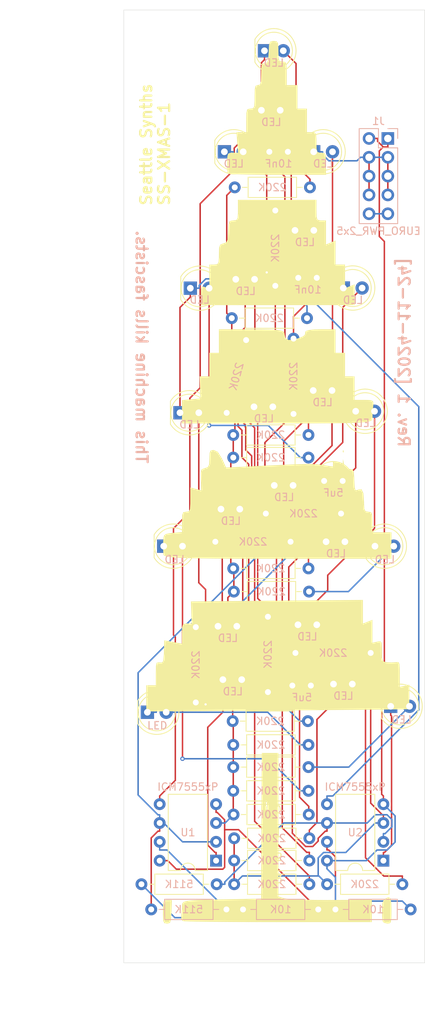
<source format=kicad_pcb>
(kicad_pcb (version 20240108) (generator "pcbnew") (generator_version "8.0")
  (layers (0 "F.Cu" signal) (31 "B.Cu" signal) (34 "B.Paste" user) (35 "F.Paste" user) (36 "B.SilkS" user "B.Silkscreen") (37 "F.SilkS" user "F.Silkscreen") (38 "B.Mask" user) (39 "F.Mask" user) (44 "Edge.Cuts" user))
  (net 0 "")
  (net 1 "Net-(U1-CV)")
  (net 2 "/OUT0")
  (net 3 "/+12V")
  (net 4 "/THR0")
  (net 5 "/GND")
  (net 6 "Net-(U1-DIS)")
  (net 7 "/THR1")
  (net 8 "Net-(U2-DIS)")
  (net 9 "Net-(U2-CV)")
  (net 10 "/OUT1")
  (net 11 "Net-(D1-A)")
  (net 12 "Net-(D2-A)")
  (net 13 "Net-(D3-A)")
  (net 14 "Net-(D4-A)")
  (net 15 "Net-(D5-A)")
  (net 16 "Net-(D6-A)")
  (net 17 "Net-(D7-A)")
  (net 18 "Net-(D8-A)")
  (net 19 "Net-(D9-A)")
  (net 20 "Net-(D10-A)")
  (net 21 "Net-(D11-A)")
  (net 22 "Net-(D12-A)")
  (net 23 "Net-(D13-A)")
  (net 24 "Net-(D14-A)")
  (net 25 "Net-(D15-A)")
  (net 26 "Net-(D16-A)")
  (net 27 "Net-(D17-A)")
  (net 28 "Net-(D18-A)")
  (net 29 "Net-(D19-A)")
  (net 30 "Net-(D20-A)")
  (net 31 "Net-(D21-A)")
  (net 32 "Net-(D22-A)")
  (net 33 "Net-(D23-A)")
  (net 34 "/-12V")
  (footprint "Seattle_Synths:CP_Radial_D5.0mm_P2.50mm" (layer "F.Cu") (at 109.84 66)
    (property "Reference" "C3" (hide yes))
    (property "Value" "10nF")
  )
  (footprint "Seattle_Synths:CP_Radial_D5.0mm_P2.50mm" (layer "F.Cu") (at 109.04 121)
    (property "Reference" "C4" (hide yes))
    (property "Value" "5uF")
  )
  (footprint "Seattle_Synths:LED_D5.0mm" (layer "F.Cu") (at 105.2781 35.372)
    (property "Reference" "D1" (hide yes))
    (property "Value" "LED")
  )
  (footprint "Seattle_Synths:LED_D3.0mm" (layer "F.Cu") (at 99.4 97.2)
    (property "Reference" "D18" (hide yes))
    (property "Value" "LED")
  )
  (footprint "Seattle_Synths:LED_D3.0mm" (layer "F.Cu") (at 99 113)
    (property "Reference" "D21" (hide yes))
    (property "Value" "LED")
  )
  (footprint "Seattle_Synths:R_Axial_DIN0207_L6.3mm_D2.5mm_P10.16mm_Horizontal" (layer "F.Cu") (at 101.06 132)
    (property "Reference" "R9" (hide yes))
    (property "Value" "220K")
  )
  (footprint "Seattle_Synths:R_Axial_DIN0207_L6.3mm_D2.5mm_P10.16mm_Horizontal" (layer "F.Cu") (at 101.1 138.4)
    (property "Reference" "R11" (hide yes))
    (property "Value" "220K")
  )
  (footprint "Seattle_Synths:LED_D3.0mm" (layer "F.Cu") (at 103.86 83.4)
    (property "Reference" "D16" (hide yes))
    (property "Value" "LED")
  )
  (footprint "Package_DIP:DIP-8_W7.62mm" (layer "F.Cu") (at 121.34 144.62 180)
    (property "Reference" "U2")
    (property "Value" "ICM7555xP")
  )
  (footprint "Seattle_Synths:LED_D3.0mm" (layer "F.Cu") (at 109.8 112.8)
    (property "Reference" "D23" (hide yes))
    (property "Value" "LED")
  )
  (footprint "Seattle_Synths:LED_D5.0mm" (layer "F.Cu") (at 115.925 67.376)
    (property "Reference" "D5" (hide yes))
    (property "Value" "LED")
  )
  (footprint "Seattle_Synths:LED_D5.0mm" (layer "F.Cu") (at 91.665 102.2)
    (property "Reference" "D10" (hide yes))
    (property "Value" "LED")
  )
  (footprint "Seattle_Synths:R_Axial_DIN0207_L6.3mm_D2.5mm_P10.16mm_Horizontal" (layer "F.Cu") (at 101.06 87.2)
    (property "Reference" "R3" (hide yes))
    (property "Value" "220K")
  )
  (footprint "Seattle_Synths:R_Axial_DIN0207_L6.3mm_D2.5mm_P10.16mm_Horizontal" (layer "F.Cu") (at 105.46 97.8)
    (property "Reference" "R18" (hide yes))
    (property "Value" "220K")
  )
  (footprint "Seattle_Synths:MountingHole_3.2mm_M3_Oval" (layer "F.Cu") (at 121.125 32.6)
    (property "Reference" "TOP_RIGHT_MOUNT" (hide yes))
    (property "Value" "MountingHole_3.2mm_M3_Oval" (hide yes))
  )
  (footprint "Seattle_Synths:R_Axial_DIN0207_L6.3mm_D2.5mm_P10.16mm_Horizontal" (layer "F.Cu") (at 101.26 53.8)
    (property "Reference" "R1" (hide yes))
    (property "Value" "220K")
  )
  (footprint "Seattle_Synths:R_Axial_DIN0207_L6.3mm_D2.5mm_P10.16mm_Horizontal" (layer "F.Cu") (at 101.06 135.2)
    (property "Reference" "R10" (hide yes))
    (property "Value" "220K")
  )
  (footprint "Seattle_Synths:LED_D3.0mm" (layer "F.Cu") (at 104.86 43.4)
    (property "Reference" "D13" (hide yes))
    (property "Value" "LED")
  )
  (footprint "Seattle_Synths:R_Axial_DIN0207_L6.3mm_D2.5mm_P10.16mm_Horizontal" (layer "F.Cu") (at 101.06 129)
    (property "Reference" "R8" (hide yes))
    (property "Value" "220K")
  )
  (footprint "Seattle_Synths:R_Axial_DIN0207_L6.3mm_D2.5mm_P10.16mm_Horizontal" (layer "F.Cu") (at 100.86 71.44)
    (property "Reference" "R2" (hide yes))
    (property "Value" "220K")
  )
  (footprint "Seattle_Synths:R_Axial_DIN0207_L6.3mm_D2.5mm_P10.16mm_Horizontal" (layer "F.Cu") (at 101.14 108.324)
    (property "Reference" "R6" (hide yes))
    (property "Value" "220K")
  )
  (footprint "Package_DIP:DIP-8_W7.62mm" (layer "F.Cu") (at 98.74 144.62 180)
    (property "Reference" "U1")
    (property "Value" "ICM7555xP")
  )
  (footprint "Seattle_Synths:MountingHole_3.2mm_M3_Oval" (layer "F.Cu") (at 92 155.6)
    (property "Reference" "BOTTOM_LEFT_MOUNT" (hide yes))
    (property "Value" "MountingHole_3.2mm_M3_Oval" (hide yes))
  )
  (footprint "Seattle_Synths:LED_D3.0mm" (layer "F.Cu") (at 113.6 101.6)
    (property "Reference" "D20" (hide yes))
    (property "Value" "LED")
  )
  (footprint "Seattle_Synths:LED_D5.0mm" (layer "F.Cu") (at 93.865 84.2)
    (property "Reference" "D7" (hide yes))
    (property "Value" "LED")
  )
  (footprint "Seattle_Synths:R_Axial_DIN0207_L6.3mm_D2.5mm_P10.16mm_Horizontal" (layer "F.Cu") (at 113.74 147.8)
    (property "Reference" "R27" (hide yes))
    (property "Value" "220K")
  )
  (footprint "Seattle_Synths:R_Axial_DIN0207_L6.3mm_D2.5mm_P10.16mm_Horizontal" (layer "F.Cu") (at 88.66 147.8)
    (property "Reference" "R26" (hide yes))
    (property "Value" "511K")
  )
  (footprint "Seattle_Synths:R_Axial_DIN0207_L6.3mm_D2.5mm_P10.16mm_Horizontal" (layer "F.Cu") (at 100.98 125.8)
    (property "Reference" "R7" (hide yes))
    (property "Value" "220K")
  )
  (footprint "Seattle_Synths:CP_Radial_D5.0mm_P2.50mm" (layer "F.Cu") (at 113.3349 93.4)
    (property "Reference" "C1" (hide yes))
    (property "Value" "5uF")
  )
  (footprint "Seattle_Synths:CP_Radial_D5.0mm_P2.50mm" (layer "F.Cu") (at 105.9349 49)
    (property "Reference" "C2" (hide yes))
    (property "Value" "10nF")
  )
  (footprint "Seattle_Synths:R_Axial_DIN0207_L6.3mm_D2.5mm_P10.16mm_Horizontal" (layer "F.Cu") (at 119.62 116.6 180)
    (property "Reference" "R17" (hide yes))
    (property "Value" "220K")
  )
  (footprint "Seattle_Synths:LED_D3.0mm" (layer "F.Cu") (at 111.86 81.2)
    (property "Reference" "D17" (hide yes))
    (property "Value" "LED")
  )
  (footprint "Seattle_Synths:R_Axial_DIN0207_L6.3mm_D2.5mm_P10.16mm_Horizontal" (layer "F.Cu") (at 100.1704 84.2138 75)
    (property "Reference" "R22" (hide yes))
    (property "Value" "220K")
  )
  (footprint "Seattle_Synths:MountingHole_3.2mm_M3_Oval" (layer "F.Cu") (at 121.4 155.6)
    (property "Reference" "BOTTOM_RIGHT_MOUNT" (hide yes))
    (property "Value" "MountingHole_3.2mm_M3_Oval" (hide yes))
  )
  (footprint "Seattle_Synths:LED_D5.0mm" (layer "F.Cu") (at 99.86 49)
    (property "Reference" "D2" (hide yes))
    (property "Value" "LED")
  )
  (footprint "Seattle_Synths:R_Axial_DIN0207_L6.3mm_D2.5mm_P10.16mm_Horizontal" (layer "F.Cu") (at 101.06 105.2)
    (property "Reference" "R5" (hide yes))
    (property "Value" "220K")
  )
  (footprint "Seattle_Synths:LED_D3.0mm" (layer "F.Cu") (at 101.4 66.2)
    (property "Reference" "D14" (hide yes))
    (property "Value" "LED")
  )
  (footprint "Seattle_Synths:R_Axial_DIN0207_L6.3mm_D2.5mm_P10.16mm_Horizontal" (layer "F.Cu") (at 101.06 90.248)
    (property "Reference" "R4" (hide yes))
    (property "Value" "220K")
  )
  (footprint "Seattle_Synths:LED_D5.0mm" (layer "F.Cu") (at 122.325 123.8)
    (property "Reference" "D9" (hide yes))
    (property "Value" "LED")
  )
  (footprint "Seattle_Synths:R_Axial_DIN0207_L6.3mm_D2.5mm_P10.16mm_Horizontal" (layer "F.Cu") (at 98.64 101.6)
    (property "Reference" "R19" (hide yes))
    (property "Value" "220K")
  )
  (footprint "Seattle_Synths:R_Axial_DIN0207_L6.3mm_D2.5mm_P10.16mm_Horizontal" (layer "F.Cu") (at 109.2 84.36 90)
    (property "Reference" "R15" (hide yes))
    (property "Value" "220K")
  )
  (footprint "Seattle_Synths:LED_D5.0mm" (layer "F.Cu") (at 95.26 67.4)
    (property "Reference" "D4" (hide yes))
    (property "Value" "LED")
  )
  (footprint "Seattle_Synths:R_Axial_DIN0207_L6.3mm_D2.5mm_P10.16mm_Horizontal" (layer "F.Cu") (at 96 123.28 90)
    (property "Reference" "R20" (hide yes))
    (property "Value" "220K")
  )
  (footprint "Seattle_Synths:LED_D3.0mm" (layer "F.Cu") (at 114.6 120.8)
    (property "Reference" "D12" (hide yes))
    (property "Value" "LED")
  )
  (footprint "Seattle_Synths:LED_D5.0mm" (layer "F.Cu") (at 120.2 102.2)
    (property "Reference" "D6" (hide yes))
    (property "Value" "LED")
  )
  (footprint "Seattle_Synths:XMAS" (layer "F.Cu") (at 107.8 90.8)
    (property "Reference" "G***" (hide yes))
    (property "Value" "LOGO" (hide yes))
  )
  (footprint "Seattle_Synths:R_Axial_DIN0207_L6.3mm_D2.5mm_P10.16mm_Horizontal" (layer "F.Cu") (at 101.18 141.6)
    (property "Reference" "R12" (hide yes))
    (property "Value" "220K")
  )
  (footprint "Seattle_Synths:R_Axial_DIN0207_L6.3mm_D2.5mm_P10.16mm_Horizontal" (layer "F.Cu") (at 101.18 147.8)
    (property "Reference" "R14" (hide yes))
    (property "Value" "220K")
  )
  (footprint "Seattle_Synths:LED_D5.0mm" (layer "F.Cu") (at 117.6 84)
    (property "Reference" "D11" (hide yes))
    (property "Value" "LED")
  )
  (footprint "Seattle_Synths:R_Axial_DIN0207_L6.3mm_D2.5mm_P10.16mm_Horizontal" (layer "F.Cu") (at 105.74 121.88 90)
    (property "Reference" "R16" (hide yes))
    (property "Value" "220K")
  )
  (footprint "Seattle_Synths:R_Axial_DIN0207_L6.3mm_D2.5mm_P10.16mm_Horizontal" (layer "F.Cu") (at 106.74 67.08 90)
    (property "Reference" "R21" (hide yes))
    (property "Value" "220K")
  )
  (footprint "Seattle_Synths:LED_D5.0mm" (layer "F.Cu") (at 89.46 124.6)
    (property "Reference" "D8" (hide yes))
    (property "Value" "LED")
  )
  (footprint "Seattle_Synths:R_Axial_DIN0207_L6.3mm_D2.5mm_P10.16mm_Horizontal" (layer "F.Cu") (at 101.18 144.6)
    (property "Reference" "R13" (hide yes))
    (property "Value" "220K")
  )
  (footprint "Seattle_Synths:MountingHole_3.2mm_M3_Oval" (layer "F.Cu") (at 92.2 32.6)
    (property "Reference" "TOP_LEFT_MOUNT" (hide yes))
    (property "Value" "MountingHole_3.2mm_M3_Oval" (hide yes))
  )
  (footprint "Seattle_Synths:LED_D3.0mm" (layer "F.Cu") (at 109.4 59.6)
    (property "Reference" "D15" (hide yes))
    (property "Value" "LED")
  )
  (footprint "Seattle_Synths:LED_D3.0mm" (layer "F.Cu") (at 106.6 94)
    (property "Reference" "D19" (hide yes))
    (property "Value" "LED")
  )
  (footprint "Seattle_Synths:LED_D3.0mm" (layer "F.Cu") (at 99.66 120.2)
    (property "Reference" "D22" (hide yes))
    (property "Value" "LED")
  )
  (footprint "Seattle_Synths:LED_D5.0mm" (layer "F.Cu") (at 111.925 49)
    (property "Reference" "D3" (hide yes))
    (property "Value" "LED")
  )
  (footprint "Seattle_Synths:R_Axial_DIN0207_L6.3mm_D2.5mm_P10.16mm_Horizontal" (layer "B.Cu") (at 100.14 151.2 180)
    (property "Reference" "R23" (hide yes))
    (property "Value" "511K")
  )
  (footprint "Seattle_Synths:R_Axial_DIN0207_L6.3mm_D2.5mm_P10.16mm_Horizontal" (layer "B.Cu") (at 125.02 151.2 180)
    (property "Reference" "R25" (hide yes))
    (property "Value" "10K")
  )
  (footprint "Seattle_Synths:R_Axial_DIN0207_L6.3mm_D2.5mm_P10.16mm_Horizontal" (layer "B.Cu") (at 112.54 151.2 180)
    (property "Reference" "R24" (hide yes))
    (property "Value" "10K")
  )
  (footprint "Seattle_Synths:PinHeader_2x05_P2.54mm_Vertical" (layer "B.Cu") (at 121.94 47.2 180)
    (property "Reference" "J1")
    (property "Value" "EURO_PWR_2x5")
  )
  (gr_line (start 86.275 158.4) (end 126.915 158.4) (stroke (width 0.05)) (layer "Edge.Cuts"))
  (gr_line (start 126.915 158.4) (end 126.915 29.876) (stroke (width 0.05)) (layer "Edge.Cuts"))
  (gr_line (start 86.275 158.4) (end 86.275 29.876) (stroke (width 0.05)) (layer "Edge.Cuts"))
  (gr_line (start 126.915 29.876) (end 86.275 29.876) (stroke (width 0.05)) (layer "Edge.Cuts"))
  (gr_text "This machine kills fascists." (at 87.8 91.2 -90) (layer "B.SilkS") (effects (font (size 1.5 1.5) (thickness 0.3) (bold yes)) (justify left bottom mirror)))
  (gr_text "Rev. 1 [2024-11-24]" (at 123.2 89 -90) (layer "B.SilkS") (effects (font (size 1.5 1.5) (thickness 0.3) (bold yes)) (justify left bottom mirror)))
  (gr_text "Seattle Synths\nSS-XMAS-1" (at 92.6 56.4 90) (layer "F.SilkS") (effects (font (size 1.5 1.5) (thickness 0.3) (bold yes)) (justify left bottom)))
  (segment (start 103.5841 47.7509) (end 101.9386 47.7509) (width 0.2) (layer "F.Cu") (net 1))
  (segment (start 104.8332 49) (end 103.5841 47.7509) (width 0.2) (layer "F.Cu") (net 1))
  (segment (start 93.2341 133.7842) (end 91.12 135.8983) (width 0.2) (layer "F.Cu") (net 1))
  (segment (start 101.1911 48.4984) (end 101.1911 51.4016) (width 0.2) (layer "F.Cu") (net 1))
  (segment (start 101.1911 51.4016) (end 96.5911 56.0016) (width 0.2) (layer "F.Cu") (net 1))
  (segment (start 93.2341 114.4254) (end 93.2341 133.7842) (width 0.2) (layer "F.Cu") (net 1))
  (segment (start 101.9386 47.7509) (end 101.1911 48.4984) (width 0.2) (layer "F.Cu") (net 1))
  (segment (start 96.5911 56.0016) (end 96.5911 80.8381) (width 0.2) (layer "F.Cu") (net 1))
  (segment (start 96.5911 80.8381) (end 95.1961 82.2331) (width 0.2) (layer "F.Cu") (net 1))
  (segment (start 95.1961 97.596) (end 92.9881 99.804) (width 0.2) (layer "F.Cu") (net 1))
  (segment (start 105.9349 49) (end 104.8332 49) (width 0.2) (layer "F.Cu") (net 1))
  (segment (start 91.12 137) (end 91.12 135.8983) (width 0.2) (layer "F.Cu") (net 1))
  (segment (start 92.9881 99.804) (end 92.9881 114.1794) (width 0.2) (layer "F.Cu") (net 1))
  (segment (start 92.9881 114.1794) (end 93.2341 114.4254) (width 0.2) (layer "F.Cu") (net 1))
  (segment (start 95.1961 82.2331) (end 95.1961 97.596) (width 0.2) (layer "F.Cu") (net 1))
  (segment (start 100.86 71.44) (end 100.86 82.0953) (width 0.2) (layer "F.Cu") (net 2))
  (segment (start 101.14 105.28) (end 101.06 105.2) (width 0.2) (layer "F.Cu") (net 2))
  (segment (start 100.98 125.8) (end 100.98 118.98) (width 0.2) (layer "F.Cu") (net 2))
  (segment (start 101.14 108.324) (end 101.14 105.28) (width 0.2) (layer "F.Cu") (net 2))
  (segment (start 101.06 129) (end 101.06 125.88) (width 0.2) (layer "F.Cu") (net 2))
  (segment (start 100.1821 54.8779) (end 100.1821 70.7621) (width 0.2) (layer "F.Cu") (net 2))
  (segment (start 101.06 105.2) (end 100.731 104.871) (width 0.2) (layer "F.Cu") (net 2))
  (segment (start 101.06 135.2) (end 101.06 138.36) (width 0.2) (layer "F.Cu") (net 2))
  (segment (start 101.06 90.248) (end 101.06 87.2) (width 0.2) (layer "F.Cu") (net 2))
  (segment (start 101.06 132) (end 101.06 135.2) (width 0.2) (layer "F.Cu") (net 2))
  (segment (start 100.731 104.871) (end 100.731 90.577) (width 0.2) (layer "F.Cu") (net 2))
  (segment (start 101.26 53.8) (end 100.1821 54.8779) (width 0.2) (layer "F.Cu") (net 2))
  (segment (start 101.06 129) (end 101.06 132) (width 0.2) (layer "F.Cu") (net 2))
  (segment (start 100.1821 70.7621) (end 100.86 71.44) (width 0.2) (layer "F.Cu") (net 2))
  (segment (start 100.86 82.0953) (end 101.2834 82.5187) (width 0.2) (layer "F.Cu") (net 2))
  (segment (start 100.3332 109.1308) (end 101.14 108.324) (width 0.2) (layer "F.Cu") (net 2))
  (segment (start 100.731 90.577) (end 101.06 90.248) (width 0.2) (layer "F.Cu") (net 2))
  (segment (start 101.06 125.88) (end 100.98 125.8) (width 0.2) (layer "F.Cu") (net 2))
  (segment (start 100.3332 118.3332) (end 100.3332 109.1308) (width 0.2) (layer "F.Cu") (net 2))
  (segment (start 100.98 118.98) (end 100.3332 118.3332) (width 0.2) (layer "F.Cu") (net 2))
  (segment (start 101.2834 86.9766) (end 101.06 87.2) (width 0.2) (layer "F.Cu") (net 2))
  (segment (start 101.2834 82.5187) (end 101.2834 86.9766) (width 0.2) (layer "F.Cu") (net 2))
  (segment (start 101.06 138.36) (end 101.1 138.4) (width 0.2) (layer "F.Cu") (net 2))
  (segment (start 98.74 139.54) (end 99.96 139.54) (width 0.2) (layer "B.Cu") (net 2))
  (segment (start 99.96 139.54) (end 101.1 138.4) (width 0.2) (layer "B.Cu") (net 2))
  (segment (start 101.7805 140.4405) (end 99.895 140.4405) (width 0.2) (layer "F.Cu") (net 3))
  (segment (start 98.74 138.1017) (end 98.8777 138.1017) (width 0.2) (layer "F.Cu") (net 3))
  (segment (start 121.4699 121.8604) (end 121.1052 122.2251) (width 0.2) (layer "F.Cu") (net 3))
  (segment (start 120.7883 60.4189) (end 121.4699 61.1005) (width 0.2) (layer "F.Cu") (net 3))
  (segment (start 121.1052 135.6635) (end 121.34 135.8983) (width 0.2) (layer "F.Cu") (net 3))
  (segment (start 119.4 47.2) (end 120.5517 47.2) (width 0.2) (layer "F.Cu") (net 3))
  (segment (start 121.321 48.3517) (end 120.7883 48.8844) (width 0.2) (layer "F.Cu") (net 3))
  (segment (start 91.12 144.62) (end 92.2217 144.62) (width 0.2) (layer "F.Cu") (net 3))
  (segment (start 99.895 139.119) (end 99.895 140.4405) (width 0.2) (layer "F.Cu") (net 3))
  (segment (start 99.6467 145.7712) (end 93.3729 145.7712) (width 0.2) (layer "F.Cu") (net 3))
  (segment (start 112.54 151.2) (end 101.7805 140.4405) (width 0.2) (layer "F.Cu") (net 3))
  (segment (start 99.895 140.4405) (end 99.895 145.5229) (width 0.2) (layer "F.Cu") (net 3))
  (segment (start 98.74 137) (end 98.74 138.1017) (width 0.2) (layer "F.Cu") (net 3))
  (segment (start 93.3729 145.7712) (end 92.2217 144.62) (width 0.2) (layer "F.Cu") (net 3))
  (segment (start 121.94 48.3517) (end 121.321 48.3517) (width 0.2) (layer "F.Cu") (net 3))
  (segment (start 121.94 47.2) (end 121.94 48.3517) (width 0.2) (layer "F.Cu") (net 3))
  (segment (start 98.8777 138.1017) (end 99.895 139.119) (width 0.2) (layer "F.Cu") (net 3))
  (segment (start 99.895 145.5229) (end 99.6467 145.7712) (width 0.2) (layer "F.Cu") (net 3))
  (segment (start 120.7883 48.8844) (end 120.7883 60.4189) (width 0.2) (layer "F.Cu") (net 3))
  (segment (start 121.1052 122.2251) (end 121.1052 135.6635) (width 0.2) (layer "F.Cu") (net 3))
  (segment (start 120.5517 47.5824) (end 120.5517 47.2) (width 0.2) (layer "F.Cu") (net 3))
  (segment (start 121.4699 61.1005) (end 121.4699 121.8604) (width 0.2) (layer "F.Cu") (net 3))
  (segment (start 121.321 48.3517) (end 120.5517 47.5824) (width 0.2) (layer "F.Cu") (net 3))
  (segment (start 121.34 137) (end 121.34 135.8983) (width 0.2) (layer "F.Cu") (net 3))
  (segment (start 120.4742 143.1817) (end 119.0359 144.62) (width 0.2) (layer "B.Cu") (net 3))
  (segment (start 113.72 144.62) (end 113.72 145.7217) (width 0.2) (layer "B.Cu") (net 3))
  (segment (start 121.34 137) (end 122.9181 138.5781) (width 0.2) (layer "B.Cu") (net 3))
  (segment (start 119.0359 144.62) (end 113.72 144.62) (width 0.2) (layer "B.Cu") (net 3))
  (segment (start 114.8682 150.073) (end 123.893 150.073) (width 0.2) (layer "B.Cu") (net 3))
  (segment (start 122.9181 138.5781) (end 122.9181 142.1179) (width 0.2) (layer "B.Cu") (net 3))
  (segment (start 121.8543 143.1817) (end 120.4742 143.1817) (width 0.2) (layer "B.Cu") (net 3))
  (segment (start 112.54 151.2) (end 113.667 150.073) (width 0.2) (layer "B.Cu") (net 3))
  (segment (start 113.667 150.073) (end 114.8682 150.073) (width 0.2) (layer "B.Cu") (net 3))
  (segment (start 114.8682 146.8699) (end 113.72 145.7217) (width 0.2) (layer "B.Cu") (net 3))
  (segment (start 123.893 150.073) (end 125.02 151.2) (width 0.2) (layer "B.Cu") (net 3))
  (segment (start 122.9181 142.1179) (end 121.8543 143.1817) (width 0.2) (layer "B.Cu") (net 3))
  (segment (start 114.8682 150.073) (end 114.8682 146.8699) (width 0.2) (layer "B.Cu") (net 3))
  (segment (start 90.8917 140.6417) (end 91.12 140.6417) (width 0.2) (layer "F.Cu") (net 4))
  (segment (start 89.98 141.5534) (end 90.8917 140.6417) (width 0.2) (layer "F.Cu") (net 4))
  (segment (start 91.12 139.54) (end 91.12 140.6417) (width 0.2) (layer "F.Cu") (net 4))
  (segment (start 89.98 151.2) (end 89.98 141.5534) (width 0.2) (layer "F.Cu") (net 4))
  (segment (start 97.1087 110.7279) (end 96.7507 110.7279) (width 0.2) (layer "B.Cu") (net 4))
  (segment (start 91.12 138.9891) (end 91.12 138.4383) (width 0.2) (layer "B.Cu") (net 4))
  (segment (start 113.3349 94.5017) (end 97.1087 110.7279) (width 0.2) (layer "B.Cu") (net 4))
  (segment (start 90.8917 138.4383) (end 91.12 138.4383) (width 0.2) (layer "B.Cu") (net 4))
  (segment (start 88.2093 119.2693) (end 88.2093 135.7559) (width 0.2) (layer "B.Cu") (net 4))
  (segment (start 91.12 138.9891) (end 94.2109 142.08) (width 0.2) (layer "B.Cu") (net 4))
  (segment (start 96.7507 110.7279) (end 88.2093 119.2693) (width 0.2) (layer "B.Cu") (net 4))
  (segment (start 91.12 139.54) (end 91.12 138.9891) (width 0.2) (layer "B.Cu") (net 4))
  (segment (start 94.2109 142.08) (end 98.74 142.08) (width 0.2) (layer "B.Cu") (net 4))
  (segment (start 88.2093 135.7559) (end 90.8917 138.4383) (width 0.2) (layer "B.Cu") (net 4))
  (segment (start 113.3349 93.4) (end 113.3349 94.5017) (width 0.2) (layer "B.Cu") (net 4))
  (segment (start 122.325 125.0017) (end 122.4417 125.1184) (width 0.2) (layer "F.Cu") (net 5))
  (segment (start 113.6 101.6) (end 113.6 95.6349) (width 0.2) (layer "F.Cu") (net 5))
  (segment (start 122.4417 142.5544) (end 121.4778 143.5183) (width 0.2) (layer "F.Cu") (net 5))
  (segment (start 111.54 115.7417) (end 111.54 121) (width 0.2) (layer "F.Cu") (net 5))
  (segment (start 93.865 84.2) (end 93.865 82.9983) (width 0.2) (layer "F.Cu") (net 5))
  (segment (start 98.74 144.62) (end 98.74 143.5183) (width 0.2) (layer "F.Cu") (net 5))
  (segment (start 99.5724 103.6) (end 99.5724 111.2259) (width 0.2) (layer "F.Cu") (net 5))
  (segment (start 108.8907 57.889) (end 108.8907 49.4557) (width 0.2) (layer "F.Cu") (net 5))
  (segment (start 95.26 67.4) (end 95.26 68.6017) (width 0.2) (layer "F.Cu") (net 5))
  (segment (start 99.66 120.2) (end 99.66 118.9983) (width 0.2) (layer "F.Cu") (net 5))
  (segment (start 98.6023 143.5183) (end 97.6142 142.5302) (width 0.2) (layer "F.Cu") (net 5))
  (segment (start 99.5724 111.2259) (end 99 111.7983) (width 0.2) (layer "F.Cu") (net 5))
  (segment (start 97.2 103.6) (end 97 103.4) (width 0.2) (layer "F.Cu") (net 5))
  (segment (start 99.4 98.4017) (end 99.5724 98.5741) (width 0.2) (layer "F.Cu") (net 5))
  (segment (start 121.34 144.62) (end 121.34 143.5183) (width 0.2) (layer "F.Cu") (net 5))
  (segment (start 99 113) (end 99 118.3383) (width 0.2) (layer "F.Cu") (net 5))
  (segment (start 108.8906 49.4557) (end 108.4349 49) (width 0.2) (layer "F.Cu") (net 5))
  (segment (start 98.74 143.5183) (end 98.6023 143.5183) (width 0.2) (layer "F.Cu") (net 5))
  (segment (start 121.94 49.74) (end 121.94 52.28) (width 0.2) (layer "F.Cu") (net 5))
  (segment (start 108.8907 49.4557) (end 108.8906 49.4557) (width 0.2) (layer "F.Cu") (net 5))
  (segment (start 99.66 124.5835) (end 99.66 120.2) (width 0.2) (layer "F.Cu") (net 5))
  (segment (start 109.4 59.6) (end 109.4 58.3983) (width 0.2) (layer "F.Cu") (net 5))
  (segment (start 105.2781 36.5737) (end 104.86 36.9918) (width 0.2) (layer "F.Cu") (net 5))
  (segment (start 121.4778 143.5183) (end 121.34 143.5183) (width 0.2) (layer "F.Cu") (net 5))
  (segment (start 119.4 52.28) (end 119.4 54.82) (width 0.2) (layer "F.Cu") (net 5))
  (segment (start 122.4417 125.1184) (end 122.4417 142.5544) (width 0.2) (layer "F.Cu") (net 5))
  (segment (start 99 113) (end 99 111.7983) (width 0.2) (layer "F.Cu") (net 5))
  (segment (start 117.6 91.6349) (end 115.8349 93.4) (width 0.2) (layer "F.Cu") (net 5))
  (segment (start 99.5724 103.6) (end 97.2 103.6) (width 0.2) (layer "F.Cu") (net 5))
  (segment (start 97 99.8) (end 99.5724 99.8) (width 0.2) (layer "F.Cu") (net 5))
  (segment (start 97.6142 126.6293) (end 99.66 124.5835) (width 0.2) (layer "F.Cu") (net 5))
  (segment (start 109.8 112.8) (end 109.8 114.0017) (width 0.2) (layer "F.Cu") (net 5))
  (segment (start 93.865 69.9967) (end 93.865 82.9983) (width 0.2) (layer "F.Cu") (net 5))
  (segment (start 105.2781 35.372) (end 105.2781 36.5737) (width 0.2) (layer "F.Cu") (net 5))
  (segment (start 97.6142 142.5302) (end 97.6142 126.6293) (width 0.2) (layer "F.Cu") (net 5))
  (segment (start 99.4 97.2) (end 99.4 98.4017) (width 0.2) (layer "F.Cu") (net 5))
  (segment (start 99.5724 98.5741) (end 99.5724 99.8) (width 0.2) (layer "F.Cu") (net 5))
  (segment (start 113.6 95.6349) (end 115.8349 93.4) (width 0.2) (layer "F.Cu") (net 5))
  (segment (start 109.8 114.0017) (end 111.54 115.7417) (width 0.2) (layer "F.Cu") (net 5))
  (segment (start 121.94 52.28) (end 121.94 54.82) (width 0.2) (layer "F.Cu") (net 5))
  (segment (start 95.26 68.6017) (end 93.865 69.9967) (width 0.2) (layer "F.Cu") (net 5))
  (segment (start 97 103.4) (end 97 99.8) (width 0.2) (layer "F.Cu") (net 5))
  (segment (start 99 118.3383) (end 99.66 118.9983) (width 0.2) (layer "F.Cu") (net 5))
  (segment (start 117.6 84) (end 117.6 91.6349) (width 0.2) (layer "F.Cu") (net 5))
  (segment (start 109.4 58.3983) (end 108.8907 57.889) (width 0.2) (layer "F.Cu") (net 5))
  (segment (start 104.86 36.9918) (end 104.86 43.4) (width 0.2) (layer "F.Cu") (net 5))
  (segment (start 119.4 49.74) (end 119.4 52.28) (width 0.2) (layer "F.Cu") (net 5))
  (segment (start 122.325 123.8) (end 122.325 125.0017) (width 0.2) (layer "F.Cu") (net 5))
  (segment (start 90.6617 124.2245) (end 94.6862 120.2) (width 0.2) (layer "B.Cu") (net 5))
  (segment (start 117.6 84) (end 115.4862 84) (width 0.2) (layer "B.Cu") (net 5))
  (segment (start 109.4 64.6685) (end 103.7577 64.6685) (width 0.2) (layer "B.Cu") (net 5))
  (segment (start 99 113) (end 100.2017 113) (width 0.2) (layer "B.Cu") (net 5))
  (segment (start 101.4 66.2) (end 102.6017 66.2) (width 0.2) (layer "B.Cu") (net 5))
  (segment (start 106.8862 81.2) (end 105.0617 83.0245) (width 0.2) (layer "B.Cu") (net 5))
  (segment (start 100.2017 113.3755) (end 101.034 114.2078) (width 0.2) (layer "B.Cu") (net 5))
  (segment (start 91.665 102.2) (end 92.8667 102.2) (width 0.2) (layer "B.Cu") (net 5))
  (segment (start 101.0617 49.3755) (end 101.8907 50.2045) (width 0.2) (layer "B.Cu") (net 5))
  (segment (start 100.6017 96.8245) (end 103.4262 94) (width 0.2) (layer "B.Cu") (net 5))
  (segment (start 89.46 124.6) (end 90.6617 124.6) (width 0.2) (layer "B.Cu") (net 5))
  (segment (start 113.9683 50.2171) (end 117.7712 50.2171) (width 0.2) (layer "B.Cu") (net 5))
  (segment (start 103.86 83.4) (end 102.6583 83.4) (width 0.2) (layer "B.Cu") (net 5))
  (segment (start 102.2398 82.9815) (end 102.6583 83.4) (width 0.2) (layer "B.Cu") (net 5))
  (segment (start 111.54 121) (end 113.1983 121) (width 0.2) (layer "B.Cu") (net 5))
  (segment (start 118.3966 102.8017) (end 115.6278 102.8017) (width 0.2) (layer "B.Cu") (net 5))
  (segment (start 115.8349 93.258) (end 114.4353 91.8584) (width 0.2) (layer "B.Cu") (net 5))
  (segment (start 108.4349 49) (end 108.4349 48.1766) (width 0.2) (layer "B.Cu") (net 5))
  (segment (start 101.8907 50.2045) (end 107.2304 50.2045) (width 0.2) (layer "B.Cu") (net 5))
  (segment (start 108.4349 48.1766) (end 104.86 44.6017) (width 0.2) (layer "B.Cu") (net 5))
  (segment (start 97.4912 97.2) (end 99.4 97.2) (width 0.2) (layer "B.Cu") (net 5))
  (segment (start 113.3473 66) (end 114.7233 67.376) (width 0.2) (layer "B.Cu") (net 5))
  (segment (start 112.4609 81.2) (end 111.86 81.2) (width 0.2) (layer "B.Cu") (net 5))
  (segment (start 112.4609 81.2) (end 113.0617 81.2) (width 0.2) (layer "B.Cu") (net 5))
  (segment (start 100.6017 97.2) (end 100.6017 96.8245) (width 0.2) (layer "B.Cu") (net 5))
  (segment (start 108.4349 49) (end 111.925 49) (width 0.2) (layer "B.Cu") (net 5))
  (segment (start 103.7577 64.6685) (end 102.6017 65.8245) (width 0.2) (layer "B.Cu") (net 5))
  (segment (start 101.4 66.2) (end 100.1983 66.2) (width 0.2) (layer "B.Cu") (net 5))
  (segment (start 99.86 49) (end 101.0617 49) (width 0.2) (layer "B.Cu") (net 5))
  (segment (start 113.1267 49) (end 113.1267 49.3755) (width 0.2) (layer "B.Cu") (net 5))
  (segment (start 109.4 64.6685) (end 111.0085 64.6685) (width 0.2) (layer "B.Cu") (net 5))
  (segment (start 113.6 101.6) (end 114.8017 101.6) (width 0.2) (layer "B.Cu") (net 5))
  (segment (start 92.8667 102.2) (end 92.8667 101.8245) (width 0.2) (layer "B.Cu") (net 5))
  (segment (start 109.5678 91.8584) (end 107.8017 93.6245) (width 0.2) (layer "B.Cu") (net 5))
  (segment (start 106.6 94) (end 107.8017 94) (width 0.2) (layer "B.Cu") (net 5))
  (segment (start 99.4 97.2) (end 100.6017 97.2) (width 0.2) (layer "B.Cu") (net 5))
  (segment (start 115.4862 84) (end 113.0617 81.5755) (width 0.2) (layer "B.Cu") (net 5))
  (segment (start 115.6278 102.8017) (end 114.8017 101.9756) (width 0.2) (layer "B.Cu") (net 5))
  (segment (start 101.034 114.2078) (end 107.1905 114.2078) (width 0.2) (layer "B.Cu") (net 5))
  (segment (start 101.0617 49) (end 101.0617 49.3755) (width 0.2) (layer "B.Cu") (net 5))
  (segment (start 109.4 59.6) (end 109.4 64.6685) (width 0.2) (layer "B.Cu") (net 5))
  (segment (start 111.0085 64.6685) (end 112.34 66) (width 0.2) (layer "B.Cu") (net 5))
  (segment (start 103.4262 94) (end 106.6 94) (width 0.2) (layer "B.Cu") (net 5))
  (segment (start 96.4617 67.4) (end 96.4617 67.0245) (width 0.2) (layer "B.Cu") (net 5))
  (segment (start 90.6617 124.6) (end 90.6617 124.2245) (width 0.2) (layer "B.Cu") (net 5))
  (segment (start 114.6 120.8) (end 115.8017 120.8) (width 0.2) (layer "B.Cu") (net 5))
  (segment (start 120.2 102.2) (end 118.9983 102.2) (width 0.2) (layer "B.Cu") (net 5))
  (segment (start 95.0667 83.8245) (end 95.9097 82.9815) (width 0.2) (layer "B.Cu") (net 5))
  (segment (start 113.1267 49.3755) (end 113.9683 50.2171) (width 0.2) (layer "B.Cu") (net 5))
  (segment (start 115.925 67.376) (end 114.7233 67.376) (width 0.2) (layer "B.Cu") (net 5))
  (segment (start 93.865 84.2) (end 95.0667 84.2) (width 0.2) (layer "B.Cu") (net 5))
  (segment (start 111.925 49) (end 113.1267 49) (width 0.2) (layer "B.Cu") (net 5))
  (segment (start 100.2017 113) (end 100.2017 113.3755) (width 0.2) (layer "B.Cu") (net 5))
  (segment (start 115.8017 121.1755) (end 115.8017 120.8) (width 0.2) (layer "B.Cu") (net 5))
  (segment (start 95.0667 84.2) (end 95.0667 83.8245) (width 0.2) (layer "B.Cu") (net 5))
  (segment (start 92.8667 101.8245) (end 97.4912 97.2) (width 0.2) (layer "B.Cu") (net 5))
  (segment (start 122.325 123.8) (end 118.4262 123.8) (width 0.2) (layer "B.Cu") (net 5))
  (segment (start 97.3454 66.1408) (end 100.1391 66.1408) (width 0.2) (layer "B.Cu") (net 5))
  (segment (start 117.7712 50.2171) (end 118.2483 49.74) (width 0.2) (layer "B.Cu") (net 5))
  (segment (start 112.34 66) (end 113.3473 66) (width 0.2) (layer "B.Cu") (net 5))
  (segment (start 121.94 49.74) (end 119.4 49.74) (width 0.2) (layer "B.Cu") (net 5))
  (segment (start 114.4353 91.8584) (end 109.5678 91.8584) (width 0.2) (layer "B.Cu") (net 5))
  (segment (start 103.86 83.4) (end 105.0617 83.4) (width 0.2) (layer "B.Cu") (net 5))
  (segment (start 94.6862 120.2) (end 99.66 120.2) (width 0.2) (layer "B.Cu") (net 5))
  (segment (start 105.0617 83.0245) (end 105.0617 83.4) (width 0.2) (layer "B.Cu") (net 5))
  (segment (start 113.1983 121) (end 113.3983 120.8) (width 0.2) (layer "B.Cu") (net 5))
  (segment (start 118.4262 123.8) (end 115.8017 121.1755) (width 0.2) (layer "B.Cu") (net 5))
  (segment (start 96.4617 67.0245) (end 97.3454 66.1408) (width 0.2) (layer "B.Cu") (net 5))
  (segment (start 114.8017 101.9756) (end 114.8017 101.6) (width 0.2) (layer "B.Cu") (net 5))
  (segment (start 107.8017 93.6245) (end 107.8017 94) (width 0.2) (layer "B.Cu") (net 5))
  (segment (start 100.1391 66.1408) (end 100.1983 66.2) (width 0.2) (layer "B.Cu") (net 5))
  (segment (start 118.9983 102.2) (end 118.3966 102.8017) (width 0.2) (layer "B.Cu") (net 5))
  (segment (start 95.26 67.4) (end 96.4617 67.4) (width 0.2) (layer "B.Cu") (net 5))
  (segment (start 107.1905 114.2078) (end 108.5983 112.8) (width 0.2) (layer "B.Cu") (net 5))
  (segment (start 113.0617 81.5755) (end 113.0617 81.2) (width 0.2) (layer "B.Cu") (net 5))
  (segment (start 95.9097 82.9815) (end 102.2398 82.9815) (width 0.2) (layer "B.Cu") (net 5))
  (segment (start 107.2304 50.2045) (end 108.4349 49) (width 0.2) (layer "B.Cu") (net 5))
  (segment (start 119.4 49.74) (end 118.2483 49.74) (width 0.2) (layer "B.Cu") (net 5))
  (segment (start 104.86 43.4) (end 104.86 44.6017) (width 0.2) (layer "B.Cu") (net 5))
  (segment (start 114.6 120.8) (end 113.3983 120.8) (width 0.2) (layer "B.Cu") (net 5))
  (segment (start 109.8 112.8) (end 108.5983 112.8) (width 0.2) (layer "B.Cu") (net 5))
  (segment (start 115.8349 93.4) (end 115.8349 93.258) (width 0.2) (layer "B.Cu") (net 5))
  (segment (start 102.6017 65.8245) (end 102.6017 66.2) (width 0.2) (layer "B.Cu") (net 5))
  (segment (start 111.86 81.2) (end 106.8862 81.2) (width 0.2) (layer "B.Cu") (net 5))
  (segment (start 91.12 142.08) (end 91.12 143.1817) (width 0.2) (layer "B.Cu") (net 6))
  (segment (start 102.38 151.2) (end 100.14 151.2) (width 0.2) (layer "B.Cu") (net 6))
  (segment (start 100.14 151.2) (end 92.1217 143.1817) (width 0.2) (layer "B.Cu") (net 6))
  (segment (start 92.1217 143.1817) (end 91.12 143.1817) (width 0.2) (layer "B.Cu") (net 6))
  (segment (start 113.4917 140.6417) (end 113.72 140.6417) (width 0.2) (layer "F.Cu") (net 7))
  (segment (start 109.04 140.9172) (end 110.8352 142.7124) (width 0.2) (layer "F.Cu") (net 7))
  (segment (start 110.8352 142.7124) (end 111.7943 142.7124) (width 0.2) (layer "F.Cu") (net 7))
  (segment (start 112.53 141.6034) (end 113.4917 140.6417) (width 0.2) (layer "F.Cu") (net 7))
  (segment (start 111.7943 142.7124) (end 112.53 141.9767) (width 0.2) (layer "F.Cu") (net 7))
  (segment (start 109.04 121) (end 109.04 140.9172) (width 0.2) (layer "F.Cu") (net 7))
  (segment (start 113.72 139.54) (end 113.72 140.6417) (width 0.2) (layer "F.Cu") (net 7))
  (segment (start 112.53 141.9767) (end 112.53 141.6034) (width 0.2) (layer "F.Cu") (net 7))
  (segment (start 121.34 142.08) (end 121.34 140.9783) (width 0.2) (layer "B.Cu") (net 7))
  (segment (start 121.835 138.4263) (end 122.4852 139.0765) (width 0.2) (layer "B.Cu") (net 7))
  (segment (start 98.82 147.8) (end 99.9217 147.8) (width 0.2) (layer "B.Cu") (net 7))
  (segment (start 99.9217 147.4902) (end 107.8719 139.54) (width 0.2) (layer "B.Cu") (net 7))
  (segment (start 122.4852 139.0765) (end 122.4852 140.0614) (width 0.2) (layer "B.Cu") (net 7))
  (segment (start 120.26 138.4263) (end 121.835 138.4263) (width 0.2) (layer "B.Cu") (net 7))
  (segment (start 122.4852 140.0614) (end 121.5683 140.9783) (width 0.2) (layer "B.Cu") (net 7))
  (segment (start 99.9217 147.8) (end 99.9217 147.4902) (width 0.2) (layer "B.Cu") (net 7))
  (segment (start 121.5683 140.9783) (end 121.34 140.9783) (width 0.2) (layer "B.Cu") (net 7))
  (segment (start 113.72 139.54) (end 119.1463 139.54) (width 0.2) (layer "B.Cu") (net 7))
  (segment (start 119.1463 139.54) (end 120.26 138.4263) (width 0.2) (layer "B.Cu") (net 7))
  (segment (start 107.8719 139.54) (end 113.72 139.54) (width 0.2) (layer "B.Cu") (net 7))
  (segment (start 113.9483 143.1817) (end 113.72 143.1817) (width 0.2) (layer "F.Cu") (net 8))
  (segment (start 114.86 144.0934) (end 113.9483 143.1817) (width 0.2) (layer "F.Cu") (net 8))
  (segment (start 114.86 151.2) (end 114.86 144.0934) (width 0.2) (layer "F.Cu") (net 8))
  (segment (start 113.72 142.08) (end 113.72 143.1817) (width 0.2) (layer "F.Cu") (net 8))
  (segment (start 88.66 147.8) (end 93.1678 152.3078) (width 0.2) (layer "B.Cu") (net 8))
  (segment (start 114.86 151.2) (end 113.7583 151.2) (width 0.2) (layer "B.Cu") (net 8))
  (segment (start 112.9929 152.3078) (end 113.7583 151.5424) (width 0.2) (layer "B.Cu") (net 8))
  (segment (start 93.1678 152.3078) (end 112.9929 152.3078) (width 0.2) (layer "B.Cu") (net 8))
  (segment (start 113.7583 151.5424) (end 113.7583 151.2) (width 0.2) (layer "B.Cu") (net 8))
  (segment (start 109.84 67.1017) (end 126.1166 83.3783) (width 0.2) (layer "B.Cu") (net 9))
  (segment (start 126.1166 83.3783) (end 126.1166 124.2808) (width 0.2) (layer "B.Cu") (net 9))
  (segment (start 114.4991 135.8983) (end 113.72 135.8983) (width 0.2) (layer "B.Cu") (net 9))
  (segment (start 126.1166 124.2808) (end 114.4991 135.8983) (width 0.2) (layer "B.Cu") (net 9))
  (segment (start 113.72 137) (end 113.72 135.8983) (width 0.2) (layer "B.Cu") (net 9))
  (segment (start 109.84 66) (end 109.84 67.1017) (width 0.2) (layer "B.Cu") (net 9))
  (segment (start 105.46 97.8) (end 106.8992 99.2392) (width 0.2) (layer "F.Cu") (net 10))
  (segment (start 121.34 139.54) (end 121.34 138.4383) (width 0.2) (layer "F.Cu") (net 10))
  (segment (start 109.2 84.36) (end 105.3378 88.2222) (width 0.2) (layer "F.Cu") (net 10))
  (segment (start 106.8992 99.2392) (end 106.8992 120.7208) (width 0.2) (layer "F.Cu") (net 10))
  (segment (start 119.62 136.856) (end 119.62 116.6) (width 0.2) (layer "F.Cu") (net 10))
  (segment (start 106.74 81.9) (end 109.2 84.36) (width 0.2) (layer "F.Cu") (net 10))
  (segment (start 101.18 144.6) (end 101.18 147.8) (width 0.2) (layer "F.Cu") (net 10))
  (segment (start 121.2023 138.4383) (end 119.62 136.856) (width 0.2) (layer "F.Cu") (net 10))
  (segment (start 106.8992 120.7208) (end 105.74 121.88) (width 0.2) (layer "F.Cu") (net 10))
  (segment (start 121.34 138.4383) (end 121.2023 138.4383) (width 0.2) (layer "F.Cu") (net 10))
  (segment (start 106.74 67.08) (end 106.74 81.9) (width 0.2) (layer "F.Cu") (net 10))
  (segment (start 101.18 141.6) (end 101.18 144.6) (width 0.2) (layer "F.Cu") (net 10))
  (segment (start 105.3378 97.6778) (end 105.46 97.8) (width 0.2) (layer "F.Cu") (net 10))
  (segment (start 105.3378 88.2222) (end 105.3378 97.6778) (width 0.2) (layer "F.Cu") (net 10))
  (segment (start 121.34 139.54) (end 120.2383 139.54) (width 0.2) (layer "B.Cu") (net 10))
  (segment (start 112.5326 144.2446) (end 113.2589 143.5183) (width 0.2) (layer "B.Cu") (net 10))
  (segment (start 102.2964 146.6836) (end 112.5326 146.6836) (width 0.2) (layer "B.Cu") (net 10))
  (segment (start 112.6236 146.6836) (end 113.74 147.8) (width 0.2) (layer "B.Cu") (net 10))
  (segment (start 96 123.28) (end 97.4 121.88) (width 0.2) (layer "B.Cu") (net 10))
  (segment (start 108.9227 84.6373) (end 109.2 84.36) (width 0.2) (layer "B.Cu") (net 10))
  (segment (start 101.18 147.8) (end 102.2964 146.6836) (width 0.2) (layer "B.Cu") (net 10))
  (segment (start 105.46 97.8) (end 101.66 101.6) (width 0.2) (layer "B.Cu") (net 10))
  (segment (start 113.2589 143.5183) (end 116.26 143.5183) (width 0.2) (layer "B.Cu") (net 10))
  (segment (start 111.02 116.6) (end 105.74 121.88) (width 0.2) (layer "B.Cu") (net 10))
  (segment (start 116.26 143.5183) (end 120.2383 139.54) (width 0.2) (layer "B.Cu") (net 10))
  (segment (start 119.62 116.6) (end 111.02 116.6) (width 0.2) (layer "B.Cu") (net 10))
  (segment (start 101.66 101.6) (end 98.64 101.6) (width 0.2) (layer "B.Cu") (net 10))
  (segment (start 100.5939 84.6373) (end 108.9227 84.6373) (width 0.2) (layer "B.Cu") (net 10))
  (segment (start 100.1704 84.2138) (end 100.5939 84.6373) (width 0.2) (layer "B.Cu") (net 10))
  (segment (start 112.5326 146.6836) (end 112.6236 146.6836) (width 0.2) (layer "B.Cu") (net 10))
  (segment (start 97.4 121.88) (end 105.74 121.88) (width 0.2) (layer "B.Cu") (net 10))
  (segment (start 112.5326 146.6836) (end 112.5326 144.2446) (width 0.2) (layer "B.Cu") (net 10))
  (segment (start 111.42 53.8) (end 111.42 52.6983) (width 0.2) (layer "F.Cu") (net 11))
  (segment (start 107.8181 35.372) (end 109.5395 37.0934) (width 0.2) (layer "F.Cu") (net 11))
  (segment (start 109.5395 50.8178) (end 111.42 52.6983) (width 0.2) (layer "F.Cu") (net 11))
  (segment (start 109.5395 37.0934) (end 109.5395 50.8178) (width 0.2) (layer "F.Cu") (net 11))
  (segment (start 105.5791 52.1791) (end 105.5791 65.2702) (width 0.2) (layer "F.Cu") (net 12))
  (segment (start 102.4 49) (end 105.5791 52.1791) (width 0.2) (layer "F.Cu") (net 12))
  (via (at 105.5791 65.2702) (size 0.6) (drill 0.3) (layers "F.Cu" "B.Cu") (net 12))
  (segment (start 106.4979 65.2702) (end 111.02 69.7923) (width 0.2) (layer "B.Cu") (net 12))
  (segment (start 105.5791 65.2702) (end 106.4979 65.2702) (width 0.2) (layer "B.Cu") (net 12))
  (segment (start 111.02 69.7923) (end 111.02 71.44) (width 0.2) (layer "B.Cu") (net 12))
  (segment (start 111.22 86.0983) (end 111.22 83.48) (width 0.2) (layer "F.Cu") (net 13))
  (segment (start 110.6318 79.5543) (end 114.465 75.7211) (width 0.2) (layer "F.Cu") (net 13))
  (segment (start 111.22 83.48) (end 110.6318 82.8918) (width 0.2) (layer "F.Cu") (net 13))
  (segment (start 114.465 75.7211) (end 114.465 49) (width 0.2) (layer "F.Cu") (net 13))
  (segment (start 111.22 87.2) (end 111.22 86.0983) (width 0.2) (layer "F.Cu") (net 13))
  (segment (start 110.6318 82.8918) (end 110.6318 79.5543) (width 0.2) (layer "F.Cu") (net 13))
  (segment (start 97.8 67.4) (end 97.8 85.9124) (width 0.2) (layer "F.Cu") (net 14))
  (via (at 97.8 85.9124) (size 0.6) (drill 0.3) (layers "F.Cu" "B.Cu") (net 14))
  (segment (start 111.22 90.248) (end 110.1183 90.248) (width 0.2) (layer "B.Cu") (net 14))
  (segment (start 105.7827 85.9124) (end 97.8 85.9124) (width 0.2) (layer "B.Cu") (net 14))
  (segment (start 110.1183 90.248) (end 105.7827 85.9124) (width 0.2) (layer "B.Cu") (net 14))
  (segment (start 111.22 105.2) (end 111.22 92.8274) (width 0.2) (layer "F.Cu") (net 15))
  (segment (start 111.22 92.8274) (end 115.846 88.2014) (width 0.2) (layer "F.Cu") (net 15))
  (segment (start 115.846 88.2014) (end 115.846 69.995) (width 0.2) (layer "F.Cu") (net 15))
  (segment (start 115.846 69.995) (end 118.465 67.376) (width 0.2) (layer "F.Cu") (net 15))
  (segment (start 116.616 108.324) (end 111.3 108.324) (width 0.2) (layer "B.Cu") (net 16))
  (segment (start 122.74 102.2) (end 116.616 108.324) (width 0.2) (layer "B.Cu") (net 16))
  (segment (start 97.3219 108.0462) (end 97.3219 123.5384) (width 0.2) (layer "F.Cu") (net 17))
  (segment (start 96.405 107.1293) (end 97.3219 108.0462) (width 0.2) (layer "F.Cu") (net 17))
  (segment (start 96.405 84.2) (end 96.405 107.1293) (width 0.2) (layer "F.Cu") (net 17))
  (via (at 97.3219 123.5384) (size 0.6) (drill 0.3) (layers "F.Cu" "B.Cu") (net 17))
  (segment (start 111.14 125.8) (end 110.0383 125.8) (width 0.2) (layer "B.Cu") (net 17))
  (segment (start 97.3219 123.5384) (end 107.7767 123.5384) (width 0.2) (layer "B.Cu") (net 17))
  (segment (start 107.7767 123.5384) (end 110.0383 125.8) (width 0.2) (layer "B.Cu") (net 17))
  (segment (start 111.22 129) (end 110.1183 129) (width 0.2) (layer "B.Cu") (net 18))
  (segment (start 92 124.6) (end 105.7183 124.6) (width 0.2) (layer "B.Cu") (net 18))
  (segment (start 105.7183 124.6) (end 110.1183 129) (width 0.2) (layer "B.Cu") (net 18))
  (segment (start 116.665 132) (end 111.22 132) (width 0.2) (layer "B.Cu") (net 19))
  (segment (start 124.865 123.8) (end 116.665 132) (width 0.2) (layer "B.Cu") (net 19))
  (segment (start 94.205 102.2) (end 94.205 130.8742) (width 0.2) (layer "F.Cu") (net 20))
  (via (at 94.205 130.8742) (size 0.6) (drill 0.3) (layers "F.Cu" "B.Cu") (net 20))
  (segment (start 111.22 135.2) (end 110.1183 135.2) (width 0.2) (layer "B.Cu") (net 20))
  (segment (start 110.1183 135.2) (end 105.7925 130.8742) (width 0.2) (layer "B.Cu") (net 20))
  (segment (start 105.7925 130.8742) (end 94.205 130.8742) (width 0.2) (layer "B.Cu") (net 20))
  (segment (start 112.6605 115.5907) (end 112.6605 121.4874) (width 0.2) (layer "F.Cu") (net 21))
  (segment (start 113.8186 106.1158) (end 113.8186 108.1261) (width 0.2) (layer "F.Cu") (net 21))
  (segment (start 111.26 138.4) (end 111.26 137.2983) (width 0.2) (layer "F.Cu") (net 21))
  (segment (start 111.1365 114.0667) (end 112.6605 115.5907) (width 0.2) (layer "F.Cu") (net 21))
  (segment (start 111.1365 110.8082) (end 111.1365 114.0667) (width 0.2) (layer "F.Cu") (net 21))
  (segment (start 113.8186 108.1261) (end 111.1365 110.8082) (width 0.2) (layer "F.Cu") (net 21))
  (segment (start 112.6605 121.4874) (end 110.0139 124.134) (width 0.2) (layer "F.Cu") (net 21))
  (segment (start 120.14 84) (end 120.14 99.7944) (width 0.2) (layer "F.Cu") (net 21))
  (segment (start 110.0139 124.134) (end 110.0139 136.0522) (width 0.2) (layer "F.Cu") (net 21))
  (segment (start 110.0139 136.0522) (end 111.26 137.2983) (width 0.2) (layer "F.Cu") (net 21))
  (segment (start 120.14 99.7944) (end 113.8186 106.1158) (width 0.2) (layer "F.Cu") (net 21))
  (segment (start 111.34 140.4983) (end 112.3642 139.4741) (width 0.2) (layer "F.Cu") (net 22))
  (segment (start 112.3642 125.5758) (end 117.14 120.8) (width 0.2) (layer "F.Cu") (net 22))
  (segment (start 111.34 141.6) (end 111.34 140.4983) (width 0.2) (layer "F.Cu") (net 22))
  (segment (start 112.3642 139.4741) (end 112.3642 125.5758) (width 0.2) (layer "F.Cu") (net 22))
  (segment (start 108.0347 81.0629) (end 108.0347 52.3538) (width 0.2) (layer "F.Cu") (net 23))
  (segment (start 107.87 88.0546) (end 110.3316 85.593) (width 0.2) (layer "F.Cu") (net 23))
  (segment (start 107.6798 96.8032) (end 107.87 96.613) (width 0.2) (layer "F.Cu") (net 23))
  (segment (start 107.3108 51.6299) (end 107.3108 43.4892) (width 0.2) (layer "F.Cu") (net 23))
  (segment (start 107.6798 140.1931) (end 107.6798 96.8032) (width 0.2) (layer "F.Cu") (net 23))
  (segment (start 110.3316 85.593) (end 110.3316 83.3598) (width 0.2) (layer "F.Cu") (net 23))
  (segment (start 107.87 96.613) (end 107.87 88.0546) (width 0.2) (layer "F.Cu") (net 23))
  (segment (start 110.3316 83.3598) (end 108.0347 81.0629) (width 0.2) (layer "F.Cu") (net 23))
  (segment (start 107.3108 43.4892) (end 107.4 43.4) (width 0.2) (layer "F.Cu") (net 23))
  (segment (start 111.34 143.4983) (end 110.985 143.4983) (width 0.2) (layer "F.Cu") (net 23))
  (segment (start 111.34 144.6) (end 111.34 143.4983) (width 0.2) (layer "F.Cu") (net 23))
  (segment (start 108.0347 52.3538) (end 107.3108 51.6299) (width 0.2) (layer "F.Cu") (net 23))
  (segment (start 110.985 143.4983) (end 107.6798 140.1931) (width 0.2) (layer "F.Cu") (net 23))
  (segment (start 102.6285 84.9228) (end 102.6285 82.4048) (width 0.2) (layer "F.Cu") (net 24))
  (segment (start 103.9489 86.2432) (end 102.6285 84.9228) (width 0.2) (layer "F.Cu") (net 24))
  (segment (start 103.9801 66.2401) (end 103.94 66.2) (width 0.2) (layer "F.Cu") (net 24))
  (segment (start 103.9489 139.3072) (end 103.9489 86.2432) (width 0.2) (layer "F.Cu") (net 24))
  (segment (start 103.9801 81.0532) (end 103.9801 66.2401) (width 0.2) (layer "F.Cu") (net 24))
  (segment (start 102.6285 82.4048) (end 103.9801 81.0532) (width 0.2) (layer "F.Cu") (net 24))
  (segment (start 111.34 147.8) (end 111.34 146.6983) (width 0.2) (layer "F.Cu") (net 24))
  (segment (start 111.34 146.6983) (end 103.9489 139.3072) (width 0.2) (layer "F.Cu") (net 24))
  (segment (start 111.2383 60.3017) (end 111.2383 69.1748) (width 0.2) (layer "F.Cu") (net 25))
  (segment (start 111.2383 69.1748) (end 109.2 71.2131) (width 0.2) (layer "F.Cu") (net 25))
  (segment (start 109.2 71.2131) (end 109.2 74.2) (width 0.2) (layer "F.Cu") (net 25))
  (segment (start 111.94 59.6) (end 111.2383 60.3017) (width 0.2) (layer "F.Cu") (net 25))
  (segment (start 105.74 110.6183) (end 104.3572 109.2355) (width 0.2) (layer "F.Cu") (net 26))
  (segment (start 104.3572 109.2355) (end 104.3572 85.4428) (width 0.2) (layer "F.Cu") (net 26))
  (segment (start 105.74 111.72) (end 105.74 110.6183) (width 0.2) (layer "F.Cu") (net 26))
  (segment (start 104.3572 85.4428) (end 106.4 83.4) (width 0.2) (layer "F.Cu") (net 26))
  (segment (start 108.5568 105.0064) (end 110.7611 102.8021) (width 0.2) (layer "F.Cu") (net 27))
  (segment (start 108.5568 114.5951) (end 108.5568 105.0064) (width 0.2) (layer "F.Cu") (net 27))
  (segment (start 109.46 116.6) (end 109.46 115.4983) (width 0.2) (layer "F.Cu") (net 27))
  (segment (start 114.4 88.6261) (end 114.4 81.2) (width 0.2) (layer "F.Cu") (net 27))
  (segment (start 110.7611 102.8021) (end 110.7611 92.265) (width 0.2) (layer "F.Cu") (net 27))
  (segment (start 110.7611 92.265) (end 114.4 88.6261) (width 0.2) (layer "F.Cu") (net 27))
  (segment (start 109.46 115.4983) (end 108.5568 114.5951) (width 0.2) (layer "F.Cu") (net 27))
  (segment (start 114.6124 92.649) (end 114.2235 92.2601) (width 0.2) (layer "B.Cu") (net 28))
  (segment (start 103.59 95.55) (end 101.94 97.2) (width 0.2) (layer "B.Cu") (net 28))
  (segment (start 114.2235 92.2601) (end 112.4481 92.2601) (width 0.2) (layer "B.Cu") (net 28))
  (segment (start 112.4481 92.2601) (end 111.0525 93.6557) (width 0.2) (layer "B.Cu") (net 28))
  (segment (start 114.6124 95.6907) (end 114.6124 92.649) (width 0.2) (layer "B.Cu") (net 28))
  (segment (start 111.0525 93.8491) (end 109.3516 95.55) (width 0.2) (layer "B.Cu") (net 28))
  (segment (start 109.3516 95.55) (end 103.59 95.55) (width 0.2) (layer "B.Cu") (net 28))
  (segment (start 115.62 97.8) (end 115.62 96.6983) (width 0.2) (layer "B.Cu") (net 28))
  (segment (start 111.0525 93.6557) (end 111.0525 93.8491) (width 0.2) (layer "B.Cu") (net 28))
  (segment (start 115.62 96.6983) (end 114.6124 95.6907) (width 0.2) (layer "B.Cu") (net 28))
  (segment (start 108.8 94.34) (end 109.14 94) (width 0.2) (layer "F.Cu") (net 29))
  (segment (start 108.8 101.6) (end 108.8 94.34) (width 0.2) (layer "F.Cu") (net 29))
  (segment (start 97.1017 112.57) (end 97.1017 113.12) (width 0.2) (layer "B.Cu") (net 30))
  (segment (start 101.7228 110.2462) (end 99.4255 110.2462) (width 0.2) (layer "B.Cu") (net 30))
  (segment (start 96 113.12) (end 97.1017 113.12) (width 0.2) (layer "B.Cu") (net 30))
  (segment (start 116.14 101.6) (end 114.921 100.381) (width 0.2) (layer "B.Cu") (net 30))
  (segment (start 114.921 100.381) (end 111.588 100.381) (width 0.2) (layer "B.Cu") (net 30))
  (segment (start 99.4255 110.2462) (end 97.1017 112.57) (width 0.2) (layer "B.Cu") (net 30))
  (segment (start 111.588 100.381) (end 101.7228 110.2462) (width 0.2) (layer "B.Cu") (net 30))
  (segment (start 102.2322 90.2353) (end 102.2322 86.5699) (width 0.2) (layer "F.Cu") (net 31))
  (segment (start 104.3716 64.9321) (end 105.3145 65.875) (width 0.2) (layer "F.Cu") (net 31))
  (segment (start 102.2322 86.5699) (end 101.7093 86.047) (width 0.2) (layer "F.Cu") (net 31))
  (segment (start 103.1455 98.7233) (end 103.1455 91.1486) (width 0.2) (layer "F.Cu") (net 31))
  (segment (start 101.5886 73.7767) (end 102.6699 72.6954) (width 0.2) (layer "F.Cu") (net 31))
  (segment (start 102.3429 99.5259) (end 103.1455 98.7233) (width 0.2) (layer "F.Cu") (net 31))
  (segment (start 105.3145 65.875) (end 105.8618 65.875) (width 0.2) (layer "F.Cu") (net 31))
  (segment (start 103.1455 91.1486) (end 102.2322 90.2353) (width 0.2) (layer "F.Cu") (net 31))
  (segment (start 102.6699 72.6954) (end 102.6699 65.6766) (width 0.2) (layer "F.Cu") (net 31))
  (segment (start 101.5886 75.6056) (end 101.5886 73.7767) (width 0.2) (layer "F.Cu") (net 31))
  (segment (start 102.3429 112.1971) (end 102.3429 99.5259) (width 0.2) (layer "F.Cu") (net 31))
  (segment (start 101.7093 75.7263) (end 101.5886 75.6056) (width 0.2) (layer "F.Cu") (net 31))
  (segment (start 101.54 113) (end 102.3429 112.1971) (width 0.2) (layer "F.Cu") (net 31))
  (segment (start 102.6699 65.6766) (end 103.4144 64.9321) (width 0.2) (layer "F.Cu") (net 31))
  (segment (start 106.74 64.9968) (end 106.74 56.92) (width 0.2) (layer "F.Cu") (net 31))
  (segment (start 105.8618 65.875) (end 106.74 64.9968) (width 0.2) (layer "F.Cu") (net 31))
  (segment (start 101.7093 86.047) (end 101.7093 75.7263) (width 0.2) (layer "F.Cu") (net 31))
  (segment (start 103.4144 64.9321) (end 104.3716 64.9321) (width 0.2) (layer "F.Cu") (net 31))
  (segment (start 102.2268 85.3719) (end 102.2268 82.2335) (width 0.2) (layer "F.Cu") (net 32))
  (segment (start 103.5472 98.9895) (end 103.5472 90.026) (width 0.2) (layer "F.Cu") (net 32))
  (segment (start 102.744 86.1722) (end 102.6854 86.1136) (width 0.2) (layer "F.Cu") (net 32))
  (segment (start 103.1455 99.698) (end 103.3417 99.5018) (width 0.2) (layer "F.Cu") (net 32))
  (segment (start 102.4833 81.977) (end 102.4833 75.5823) (width 0.2) (layer "F.Cu") (net 32))
  (segment (start 102.744 89.2228) (end 102.744 86.1722) (width 0.2) (layer "F.Cu") (net 32))
  (segment (start 102.6854 85.8305) (end 102.2268 85.3719) (width 0.2) (layer "F.Cu") (net 32))
  (segment (start 103.3417 99.195) (end 103.5472 98.9895) (width 0.2) (layer "F.Cu") (net 32))
  (segment (start 103.1455 119.2545) (end 103.1455 99.698) (width 0.2) (layer "F.Cu") (net 32))
  (segment (start 102.2268 82.2335) (end 102.4833 81.977) (width 0.2) (layer "F.Cu") (net 32))
  (segment (start 102.6854 86.1136) (end 102.6854 85.8305) (width 0.2) (layer "F.Cu") (net 32))
  (segment (start 102.8 74.4) (end 102.4832 75.5823) (width 0.2) (layer "F.Cu") (net 32))
  (segment (start 103.5472 90.026) (end 102.744 89.2228) (width 0.2) (layer "F.Cu") (net 32))
  (segment (start 103.3417 99.5018) (end 103.3417 99.195) (width 0.2) (layer "F.Cu") (net 32))
  (segment (start 102.4833 75.5823) (end 102.4832 75.5823) (width 0.2) (layer "F.Cu") (net 32))
  (segment (start 102.2 120.2) (end 103.1455 119.2545) (width 0.2) (layer "F.Cu") (net 32))
  (segment (start 121.3916 146.6983) (end 118.922 144.2287) (width 0.2) (layer "F.Cu") (net 33))
  (segment (start 123.9 146.6983) (end 121.3916 146.6983) (width 0.2) (layer "F.Cu") (net 33))
  (segment (start 123.9 147.8) (end 123.9 146.6983) (width 0.2) (layer "F.Cu") (net 33))
  (segment (start 118.922 144.2287) (end 118.922 119.382) (width 0.2) (layer "F.Cu") (net 33))
  (segment (start 118.922 119.382) (end 112.34 112.8) (width 0.2) (layer "F.Cu") (net 33))
  (segment (start 121.94 57.36) (end 119.4 57.36) (width 0.2) (layer "B.Cu") (net 34))
)
</source>
